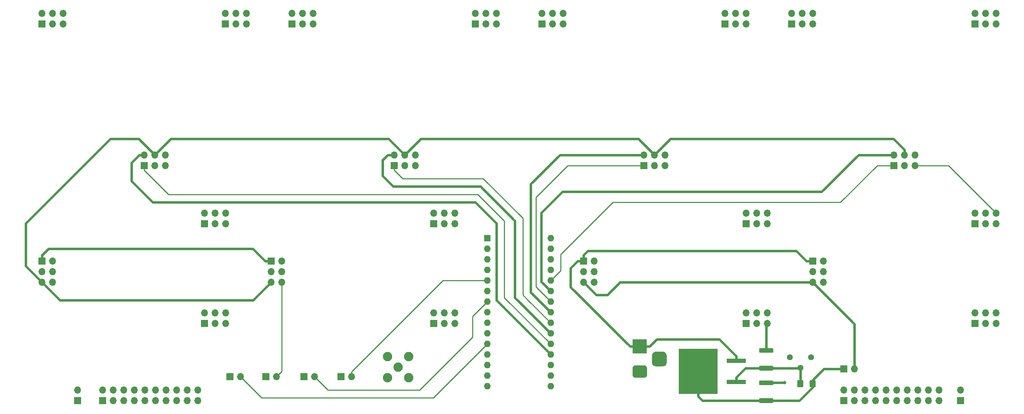
<source format=gtl>
G04 #@! TF.GenerationSoftware,KiCad,Pcbnew,5.1.5+dfsg1-2build2*
G04 #@! TF.CreationDate,2021-11-26T12:37:46+03:00*
G04 #@! TF.ProjectId,Motherboard,4d6f7468-6572-4626-9f61-72642e6b6963,rev?*
G04 #@! TF.SameCoordinates,Original*
G04 #@! TF.FileFunction,Copper,L1,Top*
G04 #@! TF.FilePolarity,Positive*
%FSLAX46Y46*%
G04 Gerber Fmt 4.6, Leading zero omitted, Abs format (unit mm)*
G04 Created by KiCad (PCBNEW 5.1.5+dfsg1-2build2) date 2021-11-26 12:37:46*
%MOMM*%
%LPD*%
G04 APERTURE LIST*
%ADD10C,0.100000*%
%ADD11C,1.440000*%
%ADD12R,3.500000X3.500000*%
%ADD13O,1.700000X1.700000*%
%ADD14R,1.700000X1.700000*%
%ADD15C,2.250000*%
%ADD16R,4.600000X1.100000*%
%ADD17R,9.400000X10.800000*%
%ADD18O,1.600000X1.600000*%
%ADD19R,1.600000X1.600000*%
%ADD20C,0.800000*%
%ADD21C,0.600000*%
%ADD22C,0.250000*%
G04 APERTURE END LIST*
G04 #@! TA.AperFunction,SMDPad,CuDef*
D10*
G36*
X206814505Y-106373704D02*
G01*
X206838773Y-106377304D01*
X206862572Y-106383265D01*
X206885671Y-106391530D01*
X206907850Y-106402020D01*
X206928893Y-106414632D01*
X206948599Y-106429247D01*
X206966777Y-106445723D01*
X206983253Y-106463901D01*
X206997868Y-106483607D01*
X207010480Y-106504650D01*
X207020970Y-106526829D01*
X207029235Y-106549928D01*
X207035196Y-106573727D01*
X207038796Y-106597995D01*
X207040000Y-106622499D01*
X207040000Y-107247501D01*
X207038796Y-107272005D01*
X207035196Y-107296273D01*
X207029235Y-107320072D01*
X207020970Y-107343171D01*
X207010480Y-107365350D01*
X206997868Y-107386393D01*
X206983253Y-107406099D01*
X206966777Y-107424277D01*
X206948599Y-107440753D01*
X206928893Y-107455368D01*
X206907850Y-107467980D01*
X206885671Y-107478470D01*
X206862572Y-107486735D01*
X206838773Y-107492696D01*
X206814505Y-107496296D01*
X206790001Y-107497500D01*
X203889999Y-107497500D01*
X203865495Y-107496296D01*
X203841227Y-107492696D01*
X203817428Y-107486735D01*
X203794329Y-107478470D01*
X203772150Y-107467980D01*
X203751107Y-107455368D01*
X203731401Y-107440753D01*
X203713223Y-107424277D01*
X203696747Y-107406099D01*
X203682132Y-107386393D01*
X203669520Y-107365350D01*
X203659030Y-107343171D01*
X203650765Y-107320072D01*
X203644804Y-107296273D01*
X203641204Y-107272005D01*
X203640000Y-107247501D01*
X203640000Y-106622499D01*
X203641204Y-106597995D01*
X203644804Y-106573727D01*
X203650765Y-106549928D01*
X203659030Y-106526829D01*
X203669520Y-106504650D01*
X203682132Y-106483607D01*
X203696747Y-106463901D01*
X203713223Y-106445723D01*
X203731401Y-106429247D01*
X203751107Y-106414632D01*
X203772150Y-106402020D01*
X203794329Y-106391530D01*
X203817428Y-106383265D01*
X203841227Y-106377304D01*
X203865495Y-106373704D01*
X203889999Y-106372500D01*
X206790001Y-106372500D01*
X206814505Y-106373704D01*
G37*
G04 #@! TD.AperFunction*
G04 #@! TA.AperFunction,SMDPad,CuDef*
G36*
X206814505Y-110648704D02*
G01*
X206838773Y-110652304D01*
X206862572Y-110658265D01*
X206885671Y-110666530D01*
X206907850Y-110677020D01*
X206928893Y-110689632D01*
X206948599Y-110704247D01*
X206966777Y-110720723D01*
X206983253Y-110738901D01*
X206997868Y-110758607D01*
X207010480Y-110779650D01*
X207020970Y-110801829D01*
X207029235Y-110824928D01*
X207035196Y-110848727D01*
X207038796Y-110872995D01*
X207040000Y-110897499D01*
X207040000Y-111522501D01*
X207038796Y-111547005D01*
X207035196Y-111571273D01*
X207029235Y-111595072D01*
X207020970Y-111618171D01*
X207010480Y-111640350D01*
X206997868Y-111661393D01*
X206983253Y-111681099D01*
X206966777Y-111699277D01*
X206948599Y-111715753D01*
X206928893Y-111730368D01*
X206907850Y-111742980D01*
X206885671Y-111753470D01*
X206862572Y-111761735D01*
X206838773Y-111767696D01*
X206814505Y-111771296D01*
X206790001Y-111772500D01*
X203889999Y-111772500D01*
X203865495Y-111771296D01*
X203841227Y-111767696D01*
X203817428Y-111761735D01*
X203794329Y-111753470D01*
X203772150Y-111742980D01*
X203751107Y-111730368D01*
X203731401Y-111715753D01*
X203713223Y-111699277D01*
X203696747Y-111681099D01*
X203682132Y-111661393D01*
X203669520Y-111640350D01*
X203659030Y-111618171D01*
X203650765Y-111595072D01*
X203644804Y-111571273D01*
X203641204Y-111547005D01*
X203640000Y-111522501D01*
X203640000Y-110897499D01*
X203641204Y-110872995D01*
X203644804Y-110848727D01*
X203650765Y-110824928D01*
X203659030Y-110801829D01*
X203669520Y-110779650D01*
X203682132Y-110758607D01*
X203696747Y-110738901D01*
X203713223Y-110720723D01*
X203731401Y-110704247D01*
X203751107Y-110689632D01*
X203772150Y-110677020D01*
X203794329Y-110666530D01*
X203817428Y-110658265D01*
X203841227Y-110652304D01*
X203865495Y-110648704D01*
X203889999Y-110647500D01*
X206790001Y-110647500D01*
X206814505Y-110648704D01*
G37*
G04 #@! TD.AperFunction*
G04 #@! TA.AperFunction,SMDPad,CuDef*
G36*
X214028004Y-114062204D02*
G01*
X214052273Y-114065804D01*
X214076071Y-114071765D01*
X214099171Y-114080030D01*
X214121349Y-114090520D01*
X214142393Y-114103133D01*
X214162098Y-114117747D01*
X214180277Y-114134223D01*
X214196753Y-114152402D01*
X214211367Y-114172107D01*
X214223980Y-114193151D01*
X214234470Y-114215329D01*
X214242735Y-114238429D01*
X214248696Y-114262227D01*
X214252296Y-114286496D01*
X214253500Y-114311000D01*
X214253500Y-115561000D01*
X214252296Y-115585504D01*
X214248696Y-115609773D01*
X214242735Y-115633571D01*
X214234470Y-115656671D01*
X214223980Y-115678849D01*
X214211367Y-115699893D01*
X214196753Y-115719598D01*
X214180277Y-115737777D01*
X214162098Y-115754253D01*
X214142393Y-115768867D01*
X214121349Y-115781480D01*
X214099171Y-115791970D01*
X214076071Y-115800235D01*
X214052273Y-115806196D01*
X214028004Y-115809796D01*
X214003500Y-115811000D01*
X213078500Y-115811000D01*
X213053996Y-115809796D01*
X213029727Y-115806196D01*
X213005929Y-115800235D01*
X212982829Y-115791970D01*
X212960651Y-115781480D01*
X212939607Y-115768867D01*
X212919902Y-115754253D01*
X212901723Y-115737777D01*
X212885247Y-115719598D01*
X212870633Y-115699893D01*
X212858020Y-115678849D01*
X212847530Y-115656671D01*
X212839265Y-115633571D01*
X212833304Y-115609773D01*
X212829704Y-115585504D01*
X212828500Y-115561000D01*
X212828500Y-114311000D01*
X212829704Y-114286496D01*
X212833304Y-114262227D01*
X212839265Y-114238429D01*
X212847530Y-114215329D01*
X212858020Y-114193151D01*
X212870633Y-114172107D01*
X212885247Y-114152402D01*
X212901723Y-114134223D01*
X212919902Y-114117747D01*
X212939607Y-114103133D01*
X212960651Y-114090520D01*
X212982829Y-114080030D01*
X213005929Y-114071765D01*
X213029727Y-114065804D01*
X213053996Y-114062204D01*
X213078500Y-114061000D01*
X214003500Y-114061000D01*
X214028004Y-114062204D01*
G37*
G04 #@! TD.AperFunction*
G04 #@! TA.AperFunction,SMDPad,CuDef*
G36*
X217003004Y-114062204D02*
G01*
X217027273Y-114065804D01*
X217051071Y-114071765D01*
X217074171Y-114080030D01*
X217096349Y-114090520D01*
X217117393Y-114103133D01*
X217137098Y-114117747D01*
X217155277Y-114134223D01*
X217171753Y-114152402D01*
X217186367Y-114172107D01*
X217198980Y-114193151D01*
X217209470Y-114215329D01*
X217217735Y-114238429D01*
X217223696Y-114262227D01*
X217227296Y-114286496D01*
X217228500Y-114311000D01*
X217228500Y-115561000D01*
X217227296Y-115585504D01*
X217223696Y-115609773D01*
X217217735Y-115633571D01*
X217209470Y-115656671D01*
X217198980Y-115678849D01*
X217186367Y-115699893D01*
X217171753Y-115719598D01*
X217155277Y-115737777D01*
X217137098Y-115754253D01*
X217117393Y-115768867D01*
X217096349Y-115781480D01*
X217074171Y-115791970D01*
X217051071Y-115800235D01*
X217027273Y-115806196D01*
X217003004Y-115809796D01*
X216978500Y-115811000D01*
X216053500Y-115811000D01*
X216028996Y-115809796D01*
X216004727Y-115806196D01*
X215980929Y-115800235D01*
X215957829Y-115791970D01*
X215935651Y-115781480D01*
X215914607Y-115768867D01*
X215894902Y-115754253D01*
X215876723Y-115737777D01*
X215860247Y-115719598D01*
X215845633Y-115699893D01*
X215833020Y-115678849D01*
X215822530Y-115656671D01*
X215814265Y-115633571D01*
X215808304Y-115609773D01*
X215804704Y-115585504D01*
X215803500Y-115561000D01*
X215803500Y-114311000D01*
X215804704Y-114286496D01*
X215808304Y-114262227D01*
X215814265Y-114238429D01*
X215822530Y-114215329D01*
X215833020Y-114193151D01*
X215845633Y-114172107D01*
X215860247Y-114152402D01*
X215876723Y-114134223D01*
X215894902Y-114117747D01*
X215914607Y-114103133D01*
X215935651Y-114090520D01*
X215957829Y-114080030D01*
X215980929Y-114071765D01*
X216004727Y-114065804D01*
X216028996Y-114062204D01*
X216053500Y-114061000D01*
X216978500Y-114061000D01*
X217003004Y-114062204D01*
G37*
G04 #@! TD.AperFunction*
G04 #@! TA.AperFunction,SMDPad,CuDef*
G36*
X206814505Y-114163704D02*
G01*
X206838773Y-114167304D01*
X206862572Y-114173265D01*
X206885671Y-114181530D01*
X206907850Y-114192020D01*
X206928893Y-114204632D01*
X206948599Y-114219247D01*
X206966777Y-114235723D01*
X206983253Y-114253901D01*
X206997868Y-114273607D01*
X207010480Y-114294650D01*
X207020970Y-114316829D01*
X207029235Y-114339928D01*
X207035196Y-114363727D01*
X207038796Y-114387995D01*
X207040000Y-114412499D01*
X207040000Y-115037501D01*
X207038796Y-115062005D01*
X207035196Y-115086273D01*
X207029235Y-115110072D01*
X207020970Y-115133171D01*
X207010480Y-115155350D01*
X206997868Y-115176393D01*
X206983253Y-115196099D01*
X206966777Y-115214277D01*
X206948599Y-115230753D01*
X206928893Y-115245368D01*
X206907850Y-115257980D01*
X206885671Y-115268470D01*
X206862572Y-115276735D01*
X206838773Y-115282696D01*
X206814505Y-115286296D01*
X206790001Y-115287500D01*
X203889999Y-115287500D01*
X203865495Y-115286296D01*
X203841227Y-115282696D01*
X203817428Y-115276735D01*
X203794329Y-115268470D01*
X203772150Y-115257980D01*
X203751107Y-115245368D01*
X203731401Y-115230753D01*
X203713223Y-115214277D01*
X203696747Y-115196099D01*
X203682132Y-115176393D01*
X203669520Y-115155350D01*
X203659030Y-115133171D01*
X203650765Y-115110072D01*
X203644804Y-115086273D01*
X203641204Y-115062005D01*
X203640000Y-115037501D01*
X203640000Y-114412499D01*
X203641204Y-114387995D01*
X203644804Y-114363727D01*
X203650765Y-114339928D01*
X203659030Y-114316829D01*
X203669520Y-114294650D01*
X203682132Y-114273607D01*
X203696747Y-114253901D01*
X203713223Y-114235723D01*
X203731401Y-114219247D01*
X203751107Y-114204632D01*
X203772150Y-114192020D01*
X203794329Y-114181530D01*
X203817428Y-114173265D01*
X203841227Y-114167304D01*
X203865495Y-114163704D01*
X203889999Y-114162500D01*
X206790001Y-114162500D01*
X206814505Y-114163704D01*
G37*
G04 #@! TD.AperFunction*
G04 #@! TA.AperFunction,SMDPad,CuDef*
G36*
X206814505Y-118438704D02*
G01*
X206838773Y-118442304D01*
X206862572Y-118448265D01*
X206885671Y-118456530D01*
X206907850Y-118467020D01*
X206928893Y-118479632D01*
X206948599Y-118494247D01*
X206966777Y-118510723D01*
X206983253Y-118528901D01*
X206997868Y-118548607D01*
X207010480Y-118569650D01*
X207020970Y-118591829D01*
X207029235Y-118614928D01*
X207035196Y-118638727D01*
X207038796Y-118662995D01*
X207040000Y-118687499D01*
X207040000Y-119312501D01*
X207038796Y-119337005D01*
X207035196Y-119361273D01*
X207029235Y-119385072D01*
X207020970Y-119408171D01*
X207010480Y-119430350D01*
X206997868Y-119451393D01*
X206983253Y-119471099D01*
X206966777Y-119489277D01*
X206948599Y-119505753D01*
X206928893Y-119520368D01*
X206907850Y-119532980D01*
X206885671Y-119543470D01*
X206862572Y-119551735D01*
X206838773Y-119557696D01*
X206814505Y-119561296D01*
X206790001Y-119562500D01*
X203889999Y-119562500D01*
X203865495Y-119561296D01*
X203841227Y-119557696D01*
X203817428Y-119551735D01*
X203794329Y-119543470D01*
X203772150Y-119532980D01*
X203751107Y-119520368D01*
X203731401Y-119505753D01*
X203713223Y-119489277D01*
X203696747Y-119471099D01*
X203682132Y-119451393D01*
X203669520Y-119430350D01*
X203659030Y-119408171D01*
X203650765Y-119385072D01*
X203644804Y-119361273D01*
X203641204Y-119337005D01*
X203640000Y-119312501D01*
X203640000Y-118687499D01*
X203641204Y-118662995D01*
X203644804Y-118638727D01*
X203650765Y-118614928D01*
X203659030Y-118591829D01*
X203669520Y-118569650D01*
X203682132Y-118548607D01*
X203696747Y-118528901D01*
X203713223Y-118510723D01*
X203731401Y-118494247D01*
X203751107Y-118479632D01*
X203772150Y-118467020D01*
X203794329Y-118456530D01*
X203817428Y-118448265D01*
X203841227Y-118442304D01*
X203865495Y-118438704D01*
X203889999Y-118437500D01*
X206790001Y-118437500D01*
X206814505Y-118438704D01*
G37*
G04 #@! TD.AperFunction*
D11*
X211055000Y-108586000D03*
X213595000Y-111126000D03*
X216135000Y-108586000D03*
G04 #@! TA.AperFunction,ComponentPad*
D10*
G36*
X180660765Y-107254213D02*
G01*
X180745704Y-107266813D01*
X180828999Y-107287677D01*
X180909848Y-107316605D01*
X180987472Y-107353319D01*
X181061124Y-107397464D01*
X181130094Y-107448616D01*
X181193718Y-107506282D01*
X181251384Y-107569906D01*
X181302536Y-107638876D01*
X181346681Y-107712528D01*
X181383395Y-107790152D01*
X181412323Y-107871001D01*
X181433187Y-107954296D01*
X181445787Y-108039235D01*
X181450000Y-108125000D01*
X181450000Y-109875000D01*
X181445787Y-109960765D01*
X181433187Y-110045704D01*
X181412323Y-110128999D01*
X181383395Y-110209848D01*
X181346681Y-110287472D01*
X181302536Y-110361124D01*
X181251384Y-110430094D01*
X181193718Y-110493718D01*
X181130094Y-110551384D01*
X181061124Y-110602536D01*
X180987472Y-110646681D01*
X180909848Y-110683395D01*
X180828999Y-110712323D01*
X180745704Y-110733187D01*
X180660765Y-110745787D01*
X180575000Y-110750000D01*
X178825000Y-110750000D01*
X178739235Y-110745787D01*
X178654296Y-110733187D01*
X178571001Y-110712323D01*
X178490152Y-110683395D01*
X178412528Y-110646681D01*
X178338876Y-110602536D01*
X178269906Y-110551384D01*
X178206282Y-110493718D01*
X178148616Y-110430094D01*
X178097464Y-110361124D01*
X178053319Y-110287472D01*
X178016605Y-110209848D01*
X177987677Y-110128999D01*
X177966813Y-110045704D01*
X177954213Y-109960765D01*
X177950000Y-109875000D01*
X177950000Y-108125000D01*
X177954213Y-108039235D01*
X177966813Y-107954296D01*
X177987677Y-107871001D01*
X178016605Y-107790152D01*
X178053319Y-107712528D01*
X178097464Y-107638876D01*
X178148616Y-107569906D01*
X178206282Y-107506282D01*
X178269906Y-107448616D01*
X178338876Y-107397464D01*
X178412528Y-107353319D01*
X178490152Y-107316605D01*
X178571001Y-107287677D01*
X178654296Y-107266813D01*
X178739235Y-107254213D01*
X178825000Y-107250000D01*
X180575000Y-107250000D01*
X180660765Y-107254213D01*
G37*
G04 #@! TD.AperFunction*
G04 #@! TA.AperFunction,ComponentPad*
G36*
X176073513Y-110503611D02*
G01*
X176146318Y-110514411D01*
X176217714Y-110532295D01*
X176287013Y-110557090D01*
X176353548Y-110588559D01*
X176416678Y-110626398D01*
X176475795Y-110670242D01*
X176530330Y-110719670D01*
X176579758Y-110774205D01*
X176623602Y-110833322D01*
X176661441Y-110896452D01*
X176692910Y-110962987D01*
X176717705Y-111032286D01*
X176735589Y-111103682D01*
X176746389Y-111176487D01*
X176750000Y-111250000D01*
X176750000Y-112750000D01*
X176746389Y-112823513D01*
X176735589Y-112896318D01*
X176717705Y-112967714D01*
X176692910Y-113037013D01*
X176661441Y-113103548D01*
X176623602Y-113166678D01*
X176579758Y-113225795D01*
X176530330Y-113280330D01*
X176475795Y-113329758D01*
X176416678Y-113373602D01*
X176353548Y-113411441D01*
X176287013Y-113442910D01*
X176217714Y-113467705D01*
X176146318Y-113485589D01*
X176073513Y-113496389D01*
X176000000Y-113500000D01*
X174000000Y-113500000D01*
X173926487Y-113496389D01*
X173853682Y-113485589D01*
X173782286Y-113467705D01*
X173712987Y-113442910D01*
X173646452Y-113411441D01*
X173583322Y-113373602D01*
X173524205Y-113329758D01*
X173469670Y-113280330D01*
X173420242Y-113225795D01*
X173376398Y-113166678D01*
X173338559Y-113103548D01*
X173307090Y-113037013D01*
X173282295Y-112967714D01*
X173264411Y-112896318D01*
X173253611Y-112823513D01*
X173250000Y-112750000D01*
X173250000Y-111250000D01*
X173253611Y-111176487D01*
X173264411Y-111103682D01*
X173282295Y-111032286D01*
X173307090Y-110962987D01*
X173338559Y-110896452D01*
X173376398Y-110833322D01*
X173420242Y-110774205D01*
X173469670Y-110719670D01*
X173524205Y-110670242D01*
X173583322Y-110626398D01*
X173646452Y-110588559D01*
X173712987Y-110557090D01*
X173782286Y-110532295D01*
X173853682Y-110514411D01*
X173926487Y-110503611D01*
X174000000Y-110500000D01*
X176000000Y-110500000D01*
X176073513Y-110503611D01*
G37*
G04 #@! TD.AperFunction*
D12*
X175000000Y-106000000D03*
D13*
X79150000Y-113279000D03*
D14*
X76610000Y-113279000D03*
D13*
X96930000Y-113279000D03*
D14*
X94390000Y-113279000D03*
D13*
X34040000Y-90580000D03*
X31500000Y-90580000D03*
X34040000Y-88040000D03*
X31500000Y-88040000D03*
X34040000Y-85500000D03*
D14*
X31500000Y-85500000D03*
D13*
X181080000Y-59960000D03*
X181080000Y-62500000D03*
X178540000Y-59960000D03*
X178540000Y-62500000D03*
X176000000Y-59960000D03*
D14*
X176000000Y-62500000D03*
D13*
X75580000Y-97960000D03*
X75580000Y-100500000D03*
X73040000Y-97960000D03*
X73040000Y-100500000D03*
X70500000Y-97960000D03*
D14*
X70500000Y-100500000D03*
D13*
X246860000Y-116460000D03*
X246860000Y-119000000D03*
X244320000Y-116460000D03*
X244320000Y-119000000D03*
X241780000Y-116460000D03*
X241780000Y-119000000D03*
X239240000Y-116460000D03*
X239240000Y-119000000D03*
X236700000Y-116460000D03*
X236700000Y-119000000D03*
X234160000Y-116460000D03*
X234160000Y-119000000D03*
X231620000Y-116460000D03*
X231620000Y-119000000D03*
X229080000Y-116460000D03*
X229080000Y-119000000D03*
X226540000Y-116460000D03*
X226540000Y-119000000D03*
X224000000Y-116460000D03*
D14*
X224000000Y-119000000D03*
D13*
X68860000Y-116460000D03*
X68860000Y-119000000D03*
X66320000Y-116460000D03*
X66320000Y-119000000D03*
X63780000Y-116460000D03*
X63780000Y-119000000D03*
X61240000Y-116460000D03*
X61240000Y-119000000D03*
X58700000Y-116460000D03*
X58700000Y-119000000D03*
X56160000Y-116460000D03*
X56160000Y-119000000D03*
X53620000Y-116460000D03*
X53620000Y-119000000D03*
X51080000Y-116460000D03*
X51080000Y-119000000D03*
X48540000Y-116460000D03*
X48540000Y-119000000D03*
X46000000Y-116460000D03*
D14*
X46000000Y-119000000D03*
D13*
X80580000Y-25960000D03*
X80580000Y-28500000D03*
X78040000Y-25960000D03*
X78040000Y-28500000D03*
X75500000Y-25960000D03*
D14*
X75500000Y-28500000D03*
D13*
X260580000Y-25960000D03*
X260580000Y-28500000D03*
X258040000Y-25960000D03*
X258040000Y-28500000D03*
X255500000Y-25960000D03*
D14*
X255500000Y-28500000D03*
D13*
X216580000Y-25960000D03*
X216580000Y-28500000D03*
X214040000Y-25960000D03*
X214040000Y-28500000D03*
X211500000Y-25960000D03*
D14*
X211500000Y-28500000D03*
D13*
X200580000Y-25960000D03*
X200580000Y-28500000D03*
X198040000Y-25960000D03*
X198040000Y-28500000D03*
X195500000Y-25960000D03*
D14*
X195500000Y-28500000D03*
D13*
X156580000Y-25960000D03*
X156580000Y-28500000D03*
X154040000Y-25960000D03*
X154040000Y-28500000D03*
X151500000Y-25960000D03*
D14*
X151500000Y-28500000D03*
D13*
X140580000Y-25960000D03*
X140580000Y-28500000D03*
X138040000Y-25960000D03*
X138040000Y-28500000D03*
X135500000Y-25960000D03*
D14*
X135500000Y-28500000D03*
D13*
X96580000Y-25960000D03*
X96580000Y-28500000D03*
X94040000Y-25960000D03*
X94040000Y-28500000D03*
X91500000Y-25960000D03*
D14*
X91500000Y-28500000D03*
D13*
X36580000Y-25960000D03*
X36580000Y-28500000D03*
X34040000Y-25960000D03*
X34040000Y-28500000D03*
X31500000Y-25960000D03*
D14*
X31500000Y-28500000D03*
D13*
X260580000Y-97960000D03*
X260580000Y-100500000D03*
X258040000Y-97960000D03*
X258040000Y-100500000D03*
X255500000Y-97960000D03*
D14*
X255500000Y-100500000D03*
D13*
X205580000Y-97960000D03*
X205580000Y-100500000D03*
X203040000Y-97960000D03*
X203040000Y-100500000D03*
X200500000Y-97960000D03*
D14*
X200500000Y-100500000D03*
D13*
X130580000Y-97960000D03*
X130580000Y-100500000D03*
X128040000Y-97960000D03*
X128040000Y-100500000D03*
X125500000Y-97960000D03*
D14*
X125500000Y-100500000D03*
D13*
X252000000Y-116460000D03*
D14*
X252000000Y-119000000D03*
D13*
X40000000Y-116460000D03*
D14*
X40000000Y-119000000D03*
X224000000Y-111380000D03*
D13*
X226540000Y-111380000D03*
X260580000Y-73960000D03*
X260580000Y-76500000D03*
X258040000Y-73960000D03*
X258040000Y-76500000D03*
X255500000Y-73960000D03*
D14*
X255500000Y-76500000D03*
D13*
X205580000Y-73960000D03*
X205580000Y-76500000D03*
X203040000Y-73960000D03*
X203040000Y-76500000D03*
X200500000Y-73960000D03*
D14*
X200500000Y-76500000D03*
D13*
X130580000Y-73960000D03*
X130580000Y-76500000D03*
X128040000Y-73960000D03*
X128040000Y-76500000D03*
X125500000Y-73960000D03*
D14*
X125500000Y-76500000D03*
D13*
X75580000Y-73960000D03*
X75580000Y-76500000D03*
X73040000Y-73960000D03*
X73040000Y-76500000D03*
X70500000Y-73960000D03*
D14*
X70500000Y-76500000D03*
D13*
X241080000Y-59960000D03*
X241080000Y-62500000D03*
X238540000Y-59960000D03*
X238540000Y-62500000D03*
X236000000Y-59960000D03*
D14*
X236000000Y-62500000D03*
D13*
X121080000Y-59960000D03*
X121080000Y-62500000D03*
X118540000Y-59960000D03*
X118540000Y-62500000D03*
X116000000Y-59960000D03*
D14*
X116000000Y-62500000D03*
D13*
X61080000Y-59960000D03*
X61080000Y-62500000D03*
X58540000Y-59960000D03*
X58540000Y-62500000D03*
X56000000Y-59960000D03*
D14*
X56000000Y-62500000D03*
D13*
X219040000Y-90580000D03*
X216500000Y-90580000D03*
X219040000Y-88040000D03*
X216500000Y-88040000D03*
X219040000Y-85500000D03*
D14*
X216500000Y-85500000D03*
D13*
X164040000Y-90580000D03*
X161500000Y-90580000D03*
X164040000Y-88040000D03*
X161500000Y-88040000D03*
X164040000Y-85500000D03*
D14*
X161500000Y-85500000D03*
D13*
X89040000Y-90580000D03*
X86500000Y-90580000D03*
X89040000Y-88040000D03*
X86500000Y-88040000D03*
X89040000Y-85500000D03*
D14*
X86500000Y-85500000D03*
D15*
X117000000Y-111000000D03*
X114460000Y-108460000D03*
X114460000Y-113540000D03*
X119540000Y-113540000D03*
X119540000Y-108460000D03*
D16*
X198150000Y-114540000D03*
X198150000Y-109460000D03*
D17*
X189000000Y-112000000D03*
D13*
X105820000Y-113279000D03*
D14*
X103280000Y-113279000D03*
D13*
X87730000Y-113279000D03*
D14*
X85190000Y-113279000D03*
D18*
X153620000Y-115560000D03*
X138380000Y-115560000D03*
X153620000Y-80000000D03*
X138380000Y-113020000D03*
X153620000Y-82540000D03*
X138380000Y-110480000D03*
X153620000Y-85080000D03*
X138380000Y-107940000D03*
X153620000Y-87620000D03*
X138380000Y-105400000D03*
X153620000Y-90160000D03*
X138380000Y-102860000D03*
X153620000Y-92700000D03*
X138380000Y-100320000D03*
X153620000Y-95240000D03*
X138380000Y-97780000D03*
X153620000Y-97780000D03*
X138380000Y-95240000D03*
X153620000Y-100320000D03*
X138380000Y-92700000D03*
X153620000Y-102860000D03*
X138380000Y-90160000D03*
X153620000Y-105400000D03*
X138380000Y-87620000D03*
X153620000Y-107940000D03*
X138380000Y-85080000D03*
X153620000Y-110480000D03*
X138380000Y-82540000D03*
X153620000Y-113020000D03*
D19*
X138380000Y-80000000D03*
D20*
X209785000Y-114682000D03*
D21*
X205383000Y-114682000D02*
X205340000Y-114725000D01*
X209785000Y-114682000D02*
X205383000Y-114682000D01*
X205340000Y-100740000D02*
X205580000Y-100500000D01*
X205340000Y-106935000D02*
X205340000Y-100740000D01*
D22*
X137248630Y-90160000D02*
X138380000Y-90160000D01*
X127736919Y-90160000D02*
X137248630Y-90160000D01*
X105820000Y-112076919D02*
X127736919Y-90160000D01*
X105820000Y-113279000D02*
X105820000Y-112076919D01*
X231995000Y-62500000D02*
X236000000Y-62500000D01*
X223120000Y-71375000D02*
X231995000Y-62500000D01*
X168510000Y-71375000D02*
X223120000Y-71375000D01*
X156000000Y-83885000D02*
X168510000Y-71375000D01*
X156000000Y-87780000D02*
X156000000Y-83885000D01*
X153620000Y-90160000D02*
X156000000Y-87780000D01*
X134855000Y-98765000D02*
X138380000Y-95240000D01*
X134855000Y-103760000D02*
X134855000Y-98765000D01*
X122155000Y-116460000D02*
X134855000Y-103760000D01*
X100111000Y-116460000D02*
X122155000Y-116460000D01*
X96930000Y-113279000D02*
X100111000Y-116460000D01*
D21*
X227550000Y-59960000D02*
X236000000Y-59960000D01*
X218675000Y-68835000D02*
X227550000Y-59960000D01*
X156445000Y-68835000D02*
X218675000Y-68835000D01*
X151365000Y-73915000D02*
X156445000Y-68835000D01*
X151365000Y-90445000D02*
X151365000Y-73915000D01*
X153620000Y-92700000D02*
X151365000Y-90445000D01*
D22*
X153620000Y-95240000D02*
X150075000Y-91695000D01*
X150075000Y-91695000D02*
X150075000Y-70125000D01*
X157700000Y-62500000D02*
X176000000Y-62500000D01*
X150075000Y-70125000D02*
X157700000Y-62500000D01*
D21*
X155795000Y-59960000D02*
X176000000Y-59960000D01*
X153620000Y-97780000D02*
X148825000Y-92985000D01*
X148825000Y-92985000D02*
X148825000Y-66930000D01*
X148825000Y-66930000D02*
X155795000Y-59960000D01*
D22*
X89040000Y-111969000D02*
X89040000Y-90580000D01*
X87730000Y-113279000D02*
X89040000Y-111969000D01*
X148170000Y-94870000D02*
X153620000Y-100320000D01*
X137395000Y-65660000D02*
X146920000Y-75185000D01*
X118060000Y-65660000D02*
X137395000Y-65660000D01*
X116000000Y-63600000D02*
X118060000Y-65660000D01*
X116000000Y-62500000D02*
X116000000Y-63600000D01*
X148170000Y-94870000D02*
X148170000Y-94850000D01*
X146920000Y-93600000D02*
X146920000Y-75185000D01*
X148170000Y-94850000D02*
X146920000Y-93600000D01*
D21*
X145015000Y-94255000D02*
X153620000Y-102860000D01*
X136760000Y-67565000D02*
X145015000Y-75820000D01*
X115805000Y-67565000D02*
X136760000Y-67565000D01*
X113265000Y-65025000D02*
X115805000Y-67565000D01*
X113265000Y-61215000D02*
X113265000Y-65025000D01*
X114520000Y-59960000D02*
X113265000Y-61215000D01*
X116000000Y-59960000D02*
X114520000Y-59960000D01*
X145015000Y-75820000D02*
X145015000Y-94255000D01*
D22*
X79150000Y-113279000D02*
X84236000Y-118365000D01*
X125415000Y-118365000D02*
X138380000Y-105400000D01*
X84236000Y-118365000D02*
X125415000Y-118365000D01*
X56000000Y-63600000D02*
X56000000Y-62500000D01*
X61870000Y-69470000D02*
X56000000Y-63600000D01*
X136125000Y-69470000D02*
X61870000Y-69470000D01*
X142475000Y-75820000D02*
X136125000Y-69470000D01*
X153620000Y-105400000D02*
X142475000Y-94255000D01*
X142475000Y-94255000D02*
X142475000Y-75820000D01*
D21*
X52940000Y-61880000D02*
X54860000Y-59960000D01*
X52940000Y-66295000D02*
X52940000Y-61880000D01*
X135490000Y-71375000D02*
X58020000Y-71375000D01*
X58020000Y-71375000D02*
X52940000Y-66295000D01*
X140570000Y-76455000D02*
X135490000Y-71375000D01*
X54860000Y-59960000D02*
X56000000Y-59960000D01*
X153620000Y-107940000D02*
X140570000Y-94890000D01*
X140570000Y-94890000D02*
X140570000Y-76455000D01*
X238540000Y-58757919D02*
X235917081Y-56135000D01*
X238540000Y-59960000D02*
X238540000Y-58757919D01*
X182365000Y-56135000D02*
X178540000Y-59960000D01*
X235917081Y-56135000D02*
X182365000Y-56135000D01*
X178540000Y-59960000D02*
X174715000Y-56135000D01*
X122365000Y-56135000D02*
X118540000Y-59960000D01*
X174715000Y-56135000D02*
X122365000Y-56135000D01*
X118540000Y-59960000D02*
X114715000Y-56135000D01*
X62365000Y-56135000D02*
X58540000Y-59960000D01*
X114715000Y-56135000D02*
X62365000Y-56135000D01*
X47860000Y-56135000D02*
X27540000Y-76455000D01*
X27540000Y-86620000D02*
X31500000Y-90580000D01*
X27540000Y-76455000D02*
X27540000Y-86620000D01*
X31500000Y-90580000D02*
X35790000Y-94870000D01*
X82210000Y-94870000D02*
X86500000Y-90580000D01*
X35790000Y-94870000D02*
X82210000Y-94870000D01*
X54715000Y-56135000D02*
X47860000Y-56135000D01*
X58540000Y-59960000D02*
X54715000Y-56135000D01*
X164520000Y-93600000D02*
X161500000Y-90580000D01*
X167240000Y-93600000D02*
X164520000Y-93600000D01*
X170260000Y-90580000D02*
X167240000Y-93600000D01*
X216500000Y-90580000D02*
X170260000Y-90580000D01*
X226540000Y-100620000D02*
X216500000Y-90580000D01*
X226540000Y-111380000D02*
X226540000Y-100620000D01*
X161500000Y-84050000D02*
X162550000Y-83000000D01*
X161500000Y-85500000D02*
X161500000Y-84050000D01*
X212550000Y-83000000D02*
X162550000Y-83000000D01*
X215050000Y-85500000D02*
X212550000Y-83000000D01*
X216500000Y-85500000D02*
X215050000Y-85500000D01*
X85050000Y-85500000D02*
X82050000Y-82500000D01*
X86500000Y-85500000D02*
X85050000Y-85500000D01*
X31500000Y-84050000D02*
X31500000Y-85500000D01*
X33050000Y-82500000D02*
X31500000Y-84050000D01*
X82050000Y-82500000D02*
X33050000Y-82500000D01*
X198150000Y-108310000D02*
X198150000Y-109460000D01*
X194108000Y-104268000D02*
X198150000Y-108310000D01*
X179082000Y-104268000D02*
X194108000Y-104268000D01*
X158350000Y-87200000D02*
X160050000Y-85500000D01*
X158350000Y-91700000D02*
X158350000Y-87200000D01*
X160050000Y-85500000D02*
X161500000Y-85500000D01*
X175000000Y-106000000D02*
X177350000Y-106000000D01*
X177350000Y-106000000D02*
X179082000Y-104268000D01*
X158350000Y-91700000D02*
X172650000Y-106000000D01*
X172650000Y-106000000D02*
X175000000Y-106000000D01*
X189000000Y-118000000D02*
X190000000Y-119000000D01*
X189000000Y-112000000D02*
X189000000Y-118000000D01*
X200662500Y-119000000D02*
X190000000Y-119000000D01*
X200662500Y-119000000D02*
X205340000Y-119000000D01*
X216516000Y-115811000D02*
X216516000Y-114936000D01*
X213327000Y-119000000D02*
X216516000Y-115811000D01*
X205340000Y-119000000D02*
X213327000Y-119000000D01*
X222550000Y-111380000D02*
X224000000Y-111380000D01*
X219197000Y-111380000D02*
X222550000Y-111380000D01*
X216516000Y-114061000D02*
X219197000Y-111380000D01*
X216516000Y-114936000D02*
X216516000Y-114061000D01*
X198150000Y-113390000D02*
X198150000Y-114540000D01*
X200330000Y-111210000D02*
X198150000Y-113390000D01*
X205340000Y-111210000D02*
X200330000Y-111210000D01*
X213595000Y-114882000D02*
X213541000Y-114936000D01*
X213595000Y-111126000D02*
X213595000Y-114882000D01*
X213511000Y-111210000D02*
X213595000Y-111126000D01*
X205340000Y-111210000D02*
X213511000Y-111210000D01*
D22*
X249120000Y-62500000D02*
X260580000Y-73960000D01*
X241080000Y-62500000D02*
X249120000Y-62500000D01*
M02*

</source>
